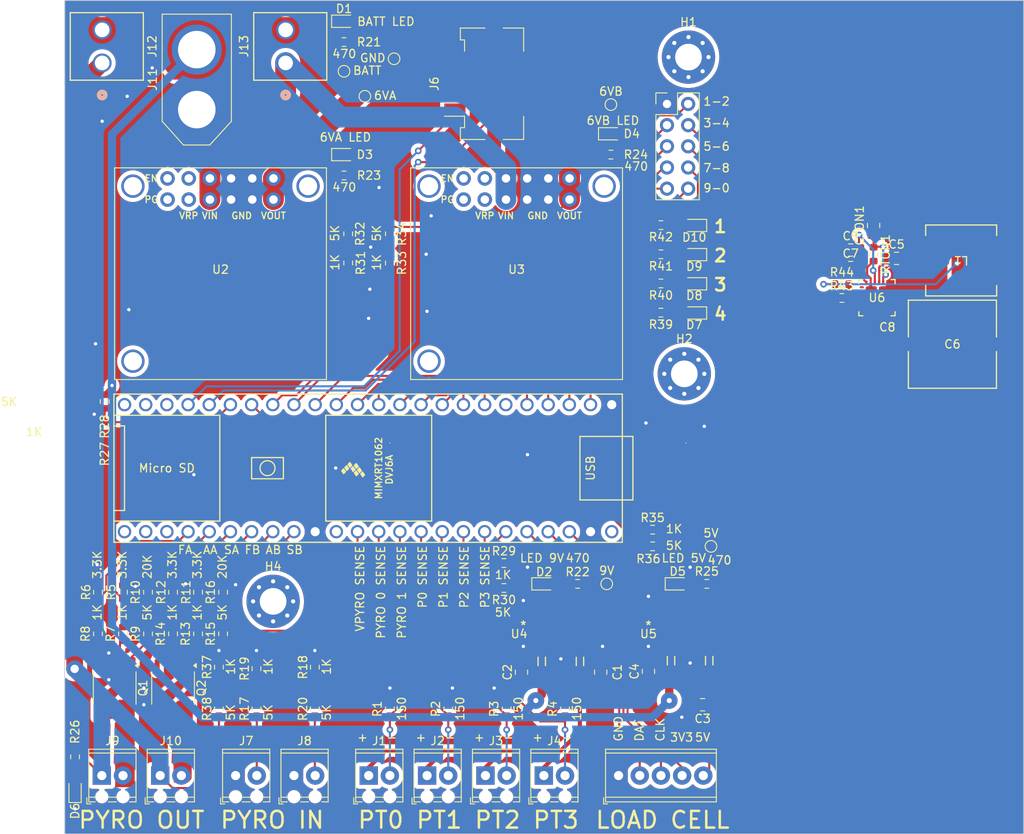
<source format=kicad_pcb>
(kicad_pcb (version 20240108) (generator "pcbnew") (generator_version "8.0")
  (layers (0 "F.Cu" signal) (31 "B.Cu" signal) (34 "B.Paste" user) (35 "F.Paste" user) (36 "B.SilkS" user "B.Silkscreen") (37 "F.SilkS" user "F.Silkscreen") (38 "B.Mask" user) (39 "F.Mask" user) (44 "Edge.Cuts" user))
  (net 0 "")
  (net 1 "9V")
  (net 2 "/P0_SENSE")
  (net 3 "GND")
  (net 4 "/P1_SENSE")
  (net 5 "/P2_SENSE")
  (net 6 "/P3_SENSE")
  (net 7 "Net-(D7-A)")
  (net 8 "Net-(D8-A)")
  (net 9 "Net-(D9-A)")
  (net 10 "Net-(D10-A)")
  (net 16 "5V")
  (net 17 "3V3")
  (net 18 "/LOAD_CELL_CLK")
  (net 19 "/LOAD_CELL_DAT")
  (net 20 "/SERVO_0_PWM")
  (net 21 "/SERVO_1_PWM")
  (net 24 "Net-(Q1A-S1)")
  (net 25 "Net-(Q1A-G1)")
  (net 26 "Net-(Q1B-G2)")
  (net 27 "Net-(Q2A-S1)")
  (net 31 "BATT")
  (net 32 "6VA")
  (net 37 "6VB")
  (net 40 "Net-(Q2A-G1)")
  (net 41 "Net-(Q2B-G2)")
  (net 42 "/ARM_A")
  (net 43 "/FIRE_A")
  (net 44 "/SENSE_A")
  (net 45 "/ARM_B")
  (net 46 "/FIRE_B")
  (net 47 "/SENSE_B")
  (net 48 "/PYRO_SENSE_0")
  (net 49 "/PYRO_SENSE_1")
  (net 50 "/PYRO_A")
  (net 51 "/PYRO_B")
  (net 58 "Net-(D1-A)")
  (net 59 "Net-(D2-A)")
  (net 60 "Net-(D3-A)")
  (net 61 "Net-(D4-A)")
  (net 62 "Net-(D5-A)")
  (net 63 "VPYRO")
  (net 64 "VSERVO")
  (net 65 "Net-(D6-A)")
  (net 89 "/VPYRO_SENSE_0")
  (net 90 "/VPYRO_SENSE_1")
  (net 91 "/BATT_SENSE")
  (net 92 "/9V_SENSE")
  (net 93 "/6VA_SENSE")
  (net 94 "/6VB_SENSE")
  (net 95 "/5V_SENSE")
  (net 96 "/VPYRO_SENSE")
  (net 97 "/LED0")
  (net 98 "/LED1")
  (net 99 "/LED2")
  (net 100 "/LED3")
  (net 101 "/3V3 PINHEADER")
  (net 102 "/9_OUT1C")
  (net 103 "/7_RX2_OUT1A")
  (net 104 "/10_CS_MQSR")
  (net 105 "/6_OUT1D")
  (net 106 "/12_MISO_MQSL")
  (net 107 "/5_IN2")
  (net 108 "/11_MOSI_CTX1")
  (net 109 "/8_TX2_IN1")
  (net 111 "Net-(C5-Pad2)")
  (net 112 "Net-(U6-BST)")
  (net 113 "Net-(U6-SS)")
  (net 114 "/5V3")
  (net 115 "Net-(U6-TON)")
  (net 116 "Net-(U6-FB)")
  (net 117 "/VSERVO_ENABLE")
  (footprint "LED_SMD:LED_0603_1608Metric" (layer "F.Cu") (at 175 117.5)
    (property "Reference" "D5")
    (property "Value" "LED")
  )
  (footprint "Resistor_SMD:R_0603_1608Metric" (layer "F.Cu") (at 124.5 127.675 90)
    (property "Reference" "R19")
    (property "Value" "1k")
  )
  (footprint "Resistor_SMD:R_0603_1608Metric" (layer "F.Cu") (at 114.5 118.5 90)
    (property "Reference" "R12")
    (property "Value" "3.3k")
  )
  (footprint "LED_SMD:LED_0603_1608Metric" (layer "F.Cu") (at 159 117.5)
    (property "Reference" "D2")
    (property "Value" "LED")
  )
  (footprint "Resistor_SMD:R_0603_1608Metric" (layer "F.Cu") (at 135 52.5 180)
    (property "Reference" "R21")
    (property "Value" "470")
  )
  (footprint "Connector_AMASS:AMASS_XT60-M_1x02_P7.20mm_Vertical" (layer "F.Cu") (at 117.344262 60.6 90)
    (property "Reference" "J11")
    (property "Value" "XT60")
  )
  (footprint "Resistor_SMD:R_0603_1608Metric" (layer "F.Cu") (at 114.5 123.5 -90)
    (property "Reference" "R14")
    (property "Value" "1k")
  )
  (footprint "Package_SO:SO-8_3.9x4.9mm_P1.27mm" (layer "F.Cu") (at 107.5 130 -90)
    (property "Reference" "Q1")
    (property "Value" "DMNH6022SSDQ")
  )
  (footprint "Capacitor_SMD:C_0805_2012Metric_Pad1.18x1.45mm_HandSolder" (layer "F.Cu") (at 195.75 77.45)
    (property "Reference" "C9")
    (property "Value" "4.7uF")
  )
  (footprint "Resistor_SMD:R_0603_1608Metric" (layer "F.Cu") (at 120.5 118.5 -90)
    (property "Reference" "R16")
    (property "Value" "20k")
  )
  (footprint "Resistor_SMD:R_0603_1608Metric" (layer "F.Cu") (at 167 66 180)
    (property "Reference" "R24")
    (property "Value" "470")
  )
  (footprint "Resistor_SMD:R_0603_1608Metric" (layer "F.Cu") (at 111.5 118.5 -90)
    (property "Reference" "R10")
    (property "Value" "20k")
  )
  (footprint "Resistor_SMD:R_0603_1608Metric" (layer "F.Cu") (at 173 81.46 180)
    (property "Reference" "R40")
    (property "Value" "470")
  )
  (footprint "Resistor_SMD:R_0603_1608Metric" (layer "F.Cu") (at 161.5 132.5 -90)
    (property "Reference" "R4")
    (property "Value" "150")
  )
  (footprint "Resistor_SMD:R_0603_1608Metric" (layer "F.Cu") (at 106.3 95.625 -90)
    (property "Reference" "R28")
    (property "Value" "5k")
  )
  (footprint "LED_SMD:LED_0603_1608Metric" (layer "F.Cu") (at 135 66)
    (property "Reference" "D3")
    (property "Value" "LED")
  )
  (footprint "MC78M09BDTRKG:DPAK-3_ONS" (layer "F.Cu") (at 161 122.5)
    (property "Reference" "U4")
    (property "Value" "MO9_DPAK")
  )
  (footprint "Resistor_SMD:R_0603_1608Metric" (layer "F.Cu") (at 140.5 132.5 -90)
    (property "Reference" "R1")
    (property "Value" "150")
  )
  (footprint "Resistor_SMD:R_0603_1608Metric" (layer "F.Cu") (at 178.5 117.5)
    (property "Reference" "R25")
    (property "Value" "470")
  )
  (footprint "Package_SO:SO-8_3.9x4.9mm_P1.27mm" (layer "F.Cu") (at 114.5 130 -90)
    (property "Reference" "Q2")
    (property "Value" "DMNH6022SSDQ")
  )
  (footprint "LED_SMD:LED_0603_1608Metric" (layer "F.Cu") (at 177 85 180)
    (property "Reference" "D7")
    (property "Value" "LED")
  )
  (footprint "Resistor_SMD:R_0603_1608Metric" (layer "F.Cu") (at 124.5 132.5 90)
    (property "Reference" "R17")
    (property "Value" "5k")
  )
  (footprint "MC78M05BDTRKG:DPAK-3_ONS" (layer "F.Cu") (at 176.5 122.4045)
    (property "Reference" "U5")
    (property "Value" "MO5_DPAK")
  )
  (footprint "TestPoint:TestPoint_Pad_D1.0mm" (layer "F.Cu") (at 167 60)
    (property "Reference" "TP19" (hide yes))
    (property "Value" "TEST_9V")
  )
  (footprint "Pololu:D36V50F6-TARS" (layer "F.Cu") (at 132.89 67.585 180)
    (property "Reference" "U2")
    (property "Value" "D36V50F6")
  )
  (footprint "Resistor_SMD:R_0603_1608Metric" (layer "F.Cu") (at 140.5 79 -90)
    (property "Reference" "R33")
    (property "Value" "1k")
  )
  (footprint "TestPoint:TestPoint_Pad_D1.0mm" (layer "F.Cu") (at 137.5 59)
    (property "Reference" "TP18" (hide yes))
    (property "Value" "TEST_9V")
  )
  (footprint "Capacitor_SMD:C_0805_2012Metric_Pad1.18x1.45mm_HandSolder" (layer "F.Cu") (at 201.25 78.45)
    (property "Reference" "C5")
    (property "Value" "100nF")
  )
  (footprint "Connector_PinHeader_2.54mm:PinHeader_2x05_P2.54mm_Vertical" (layer "F.Cu") (at 173.725 59.925)
    (property "Reference" "J14" (hide yes))
    (property "Value" "Conn_15X4")
  )
  (footprint "Resistor_SMD:R_0603_1608Metric" (layer "F.Cu") (at 102.75 138.25 90)
    (property "Reference" "R26")
    (property "Value" "470")
  )
  (footprint "TestPoint:TestPoint_Pad_D1.0mm" (layer "F.Cu") (at 166.5 117.5)
    (property "Reference" "TP17" (hide yes))
    (property "Value" "TEST_9V")
  )
  (footprint "Resistor_SMD:R_0603_1608Metric" (layer "F.Cu") (at 131.5 127.5 90)
    (property "Reference" "R18")
    (property "Value" "1k")
  )
  (footprint "IHLP3232DZERR68M01:IND_IHLP-3232DZ_VIS" (layer "F.Cu") (at 209 78.7 180)
    (property "Reference" "L1")
    (property "Value" "0.68uH")
  )
  (footprint "LED_SMD:LED_0603_1608Metric" (layer "F.Cu") (at 135 50)
    (property "Reference" "D1")
    (property "Value" "LED")
  )
  (footprint "MountingHole:MountingHole_3.2mm_M3_Pad_Via" (layer "F.Cu") (at 176.302944 54.302944)
    (property "Reference" "H1")
    (property "Value" "M3")
  )
  (footprint "MountingHole:MountingHole_3.2mm_M3_Pad_Via" (layer "F.Cu") (at 175.802944 92.302944)
    (property "Reference" "H2")
    (property "Value" "M3")
  )
  (footprint "Resistor_SMD:R_0603_1608Metric" (layer "F.Cu") (at 108.5 123.5 -90)
    (property "Reference" "R7")
    (property "Value" "1k")
  )
  (footprint "TerminalBlock_Phoenix:TerminalBlock_Phoenix_MPT-0,5-2-2.54_1x02_P2.54mm_Horizontal" (layer "F.Cu") (at 158.96 140.5)
    (property "Reference" "J4")
    (property "Value" "PT_BLOCK_3")
  )
  (footprint "Resistor_SMD:R_0603_1608Metric" (layer "F.Cu") (at 173 77.96 180)
    (property "Reference" "R41")
    (property "Value" "470")
  )
  (footprint "TestPoint:TestPoint_Pad_D1.0mm" (layer "F.Cu") (at 141 54.5)
    (property "Reference" "TP15" (hide yes))
    (property "Value" "TEST_9V")
  )
  (footprint "LED_SMD:LED_0603_1608Metric" (layer "F.Cu") (at 102.75 142.25 90)
    (property "Reference" "D6")
    (property "Value" "LED")
  )
  (footprint "Resistor_SMD:R_0603_1608Metric" (layer "F.Cu") (at 117.5 118.5 90)
    (property "Reference" "R11")
    (property "Value" "3.3k")
  )
  (footprint "Resistor_SMD:R_0603_1608Metric" (layer "F.Cu") (at 147.5 132.5 -90)
    (property "Reference" "R2")
    (property "Value" "150")
  )
  (footprint "Resistor_SMD:R_0603_1608Metric" (layer "F.Cu") (at 135.5 79 -90)
    (property "Reference" "R31")
    (property "Value" "1k")
  )
  (footprint "TerminalBlock_Phoenix:TerminalBlock_Phoenix_MPT-0,5-2-2.54_1x02_P2.54mm_Horizontal" (layer "F.Cu") (at 129 140.5)
    (property "Reference" "J8")
    (property "Value" "PYRO_SENSE_1")
  )
  (footprint "TestPoint:TestPoint_Pad_D1.0mm" (layer "F.Cu") (at 179 113)
    (property "Reference" "TP20" (hide yes))
    (property "Value" "TEST_9V")
  )
  (footprint "Resistor_SMD:R_0603_1608Metric" (layer "F.Cu") (at 154.175 118 180)
    (property "Reference" "R30")
    (property "Value" "5k")
  )
  (footprint "TerminalBlock_Phoenix:TerminalBlock_Phoenix_MPT-0,5-2-2.54_1x02_P2.54mm_Horizontal" (layer "F.Cu") (at 122 140.5)
    (property "Reference" "J7")
    (property "Value" "PYRO_SENSE_0")
  )
  (footprint "TerminalBlock_Phoenix:TerminalBlock_Phoenix_MPT-0,5-2-2.54_1x02_P2.54mm_Horizontal" (layer "F.Cu") (at 105.96 140.5)
    (property "Reference" "J9")
    (property "Value" "PYRO_FIRE_0")
  )
  (footprint "LED_SMD:LED_0603_1608Metric" (layer "F.Cu") (at 177 74.5 180)
    (property "Reference" "D10")
    (property "Value" "LED")
  )
  (footprint "Resistor_SMD:R_0603_1608Metric" (layer "F.Cu") (at 163.01 117.5)
    (property "Reference" "R22")
    (property "Value" "470")
  )
  (footprint "Capacitor_SMD:C_0805_2012Metric_Pad1.18x1.45mm_HandSolder" (layer "F.Cu") (at 178 132 180)
    (property "Reference" "C3")
    (property "Value" "100nF")
  )
  (footprint "Resistor_SMD:R_0603_1608Metric" (layer "F.Cu") (at 108.5 118.5 90)
    (property "Reference" "R5")
    (property "Value" "3.3k")
  )
  (footprint "A0Z2255LQI:QFN_4X4_22L-EP2_S_AOS" (layer "F.Cu") (at 198.9 83.166001)
    (property "Reference" "U6")
    (property "Value" "AOZ2255LQI-31")
  )
  (footprint "Resistor_SMD:R_0603_1608Metric" (layer "F.Cu") (at 140.5 75.5 -90)
    (property "Reference" "R34")
    (property "Value" "5k")
  )
  (footprint "Resistor_SMD:R_0603_1608Metric" (layer "F.Cu") (at 120 132.5 90)
    (property "Reference" "R38")
    (property "Value" "5k")
  )
  (footprint "Capacitor_SMD:C_0805_2012Metric_Pad1.18x1.45mm_HandSolder" (layer "F.Cu") (at 165.78 128.1 90)
    (property "Reference" "C1")
    (property "Value" "100nF")
  )
  (footprint "Resistor_SMD:R_0603_1608Metric" (layer "F.Cu") (at 105.5 118.5 90)
    (property "Reference" "R6")
    (property "Value" "3.3k")
  )
  (footprint "Resistor_SMD:R_0603_1608Metric" (layer "F.Cu") (at 173 84.96 180)
    (property "Reference" "R39")
    (property "Value" "470")
  )
  (footprint "Resistor_SMD:R_0603_1608Metric" (layer "F.Cu") (at 106.3 98.925 -90)
    (property "Reference" "R27")
    (property "Value" "1k")
  )
  (footprint "TestPoint:TestPoint_Pad_D1.0mm" (layer "F.Cu") (at 135 56)
    (property "Reference" "TP16" (hide yes))
    (property "Value" "TEST_9V")
  )
  (footprint "Resistor_SMD:R_0603_1608Metric" (layer "F.Cu") (at 198.5 77.95 -90)
    (property "Reference" "RTON1")
    (property "Value" "880K")
  )
  (footprint "Resistor_SMD:R_0603_1608Metric" (layer "F.Cu") (at 194.7 83.2)
    (property "Reference" "R43")
    (property "Value" "1K")
  )
  (footprint "TerminalBlock_Phoenix:TerminalBlock_Phoenix_MPT-0,5-5-2.54_1x05_P2.54mm_Horizontal" (layer "F.Cu") (at 167.92 140.5)
    (property "Reference" "J5" (hide yes))
    (property "Value" "Screw_Terminal_01x05")
  )
  (footprint "B2P-VH:CONN_B2P-VH_JST" (layer "F.Cu") (at 128 55 90)
    (property "Reference" "J13")
    (property "Value" "B2P-VHLFSN")
  )
  (footprint "Capacitor_SMD:C_0805_2012Metric_Pad1.18x1.45mm_HandSolder" (layer "F.Cu") (at 195.75 79.55)
    (property "Reference" "C7")
    (property "Value" "10nF")
  )
  (footprint "Resistor_SMD:R_0603_1608Metric" (layer "F.Cu") (at 135 68.5 180)
    (property "Reference" "R23")
    (property "Value" "470")
  )
  (footprint "LED_SMD:LED_0603_1608Metric" (layer "F.Cu") (at 177 81.5 180)
    (property "Reference" "D8")
    (property "Value" "LED")
  )
  (footprint "MountingHole:MountingHole_3.2mm_M3_Pad_Via" (layer "F.Cu") (at 126.5 119.6)
    (property "Reference" "H4")
    (property "Value" "M3")
  )
  (footprint "Resistor_SMD:R_0603_1608Metric" (layer "F.Cu") (at 105.5 123.5 -90)
    (property "Reference" "R8")
    (property "Value" "1k")
  )
  (footprint "Resistor_SMD:R_0603_1608Metric" (layer "F.Cu") (at 111.5 123.5 -90)
    (property "Reference" "R9")
    (property "Value" "5k")
  )
  (footprint "B2P-VH:CONN_B2P-VH_JST" (layer "F.Cu") (at 106 55 90)
    (property "Reference" "J12")
    (property "Value" "B2P-VHLFSN")
  )
  (footprint "TerminalBlock_Phoenix:TerminalBlock_Phoenix_MPT-0,5-2-2.54_1x02_P2.54mm_Horizontal" (layer "F.Cu") (at 137.96 140.5)
    (property "Reference" "J1")
    (property "Value" "PT_BLOCK_0")
  )
  (footprint "LED_SMD:LED_0603_1608Metric" (layer "F.Cu") (at 167 63.5)
    (property "Reference" "D4")
    (property "Value" "LED")
  )
  (footprint "CL21A226MAYNNNE:CAP_CL_21_SAM" (layer "F.Cu") (at 200.15 86.7)
    (property "Reference" "C8")
    (property "Value" "22uF")
  )
  (footprint "Resistor_SMD:R_0603_1608Metric" (layer "F.Cu") (at 135.5 75.5 -90)
    (property "Reference" "R32")
    (property "Value" "5k")
  )
  (footprint "Capacitor_SMD:C_0805_2012Metric_Pad1.18x1.45mm_HandSolder" (layer "F.Cu") (at 198.5 74.5 90)
    (property "Reference" "CTON1")
    (property "Value" "100pF")
  )
  (footprint "TerminalBlock_Phoenix:TerminalBlock_Phoenix_MPT-0,5-2-2.54_1x02_P2.54mm_Horizontal" (layer "F.Cu") (at 151.96 140.5)
    (property "Reference" "J3")
    (property "Value" "PT_BLOCK_2")
  )
  (footprint "Capacitor_SMD:C_0805_2012Metric_Pad1.18x1.45mm_HandSolder" (layer "F.Cu") (at 156.28 128.1 90)
    (property "Reference" "C2")
    (property "Value" "100nF")
  )
  (footprint "Teensy:Teensy41_bare_pins" (layer "F.Cu") (at 137.89 103.62 180)
    (property "Reference" "U1" (hide yes))
    (property "Value" "Teensy")
  )
  (footprint "TerminalBlock_Phoenix:TerminalBlock_Phoenix_MPT-0,5-2-2.54_1x02_P2.54mm_Horizontal" (layer "F.Cu") (at 144.96 140.5)
    (property "Reference" "J2")
    (property "Value" "PT_BLOCK_1")
  )
  (footprint "Resistor_SMD:R_0603_1608Metric" (layer "F.Cu") (at 173 74.46 180)
    (property "Reference" "R42")
    (property "Value" "470")
  )
  (footprint "EEKFK1H151P:CAP_EEE-FK1H151P_PAN" (layer "F.Cu") (at 207.95 88.75)
    (property "Reference" "C6")
    (property "Value" "150uF")
  )
  (footprint "Resistor_SMD:R_0603_1608Metric" (layer "F.Cu") (at 154.175 115)
    (property "Reference" "R29")
    (property "Value" "1k")
  )
  (footprint "Resistor_SMD:R_0603_1608Metric" (layer "F.Cu") (at 172 113 180)
    (property "Reference" "R36")
    (property "Value" "5k")
  )
  (footprint "Resistor_SMD:R_0603_1608Metric" (layer "F.Cu") (at 172 111)
    (property "Reference" "R35")
    (property "Value" "1k")
  )
  (footprint "Resistor_SMD:R_0603_1608Metric" (layer "F.Cu") (at 131.5 132.5 90)
    (property "Reference" "R20")
    (property "Value" "5k")
  )
  (footprint "LED_SMD:LED_0603_1608Metric" (layer "F.Cu") (at 177 78 180)
    (property "Reference" "D9")
    (property "Value" "LED")
  )
  (footprint "Resistor_SMD:R_0603_1608Metric" (layer "F.Cu") (at 194.7 81.55)
    (property "Reference" "R44")
    (property "Value" "11.3K")
  )
  (footprint "TerminalBlock_Phoenix:TerminalBlock_Phoenix_MPT-0,5-2-2.54_1x02_P2.54mm_Horizontal" (layer "F.Cu") (at 112.96 140.5)
    (property "Reference" "J10")
    (property "Value" "PYRO_FIRE_1")
  )
  (footprint "Resistor_SMD:R_0603_1608Metric" (layer "F.Cu") (at 120.5 123.5 -90)
    (property "Reference" "R15")
    (property "Value" "5k")
  )
  (footprint "Capacitor_SMD:C_0805_2012Metric_Pad1.18x1.45mm_HandSolder" (layer "F.Cu") (at 171.5 128 90)
    (property "Reference" "C4")
    (property "Value" "100nF")
  )
  (footprint "Pololu:D36V50F6-TARS" (layer "F.Cu") (at 168.39 67.585 180)
    (property "Reference" "U3")
    (property "Value" "D36V50F6")
  )
  (footprint "Resistor_SMD:R_0603_1608Metric" (layer "F.Cu") (at 117.5 123.5 -90)
    (property "Reference" "R13")
    (property "Value" "1k")
  )
  (footprint "Connector_Molex:Molex_Micro-Fit_3.0_43045-0618_2x03-1MP_P3.00mm_Vertical" (layer "F.Cu") (at 153 57.5 90)
    (property "Reference" "J6")
    (property "Value" "SEREVO_MOUNT")
  )
  (footprint "Resistor_SMD:R_0603_1608Metric" (layer "F.Cu") (at 120 127.5 90)
    (property "Reference" "R37")
    (property "Value" "1k")
  )
  (footprint "Resistor_SMD:R_0603_1608Metric" (layer "F.Cu") (at 154.5 132.5 -90)
    (property "Reference" "R3")
    (property "Value" "150")
  )
  (gr_rect (start 101.5 47.5) (end 216.5 147.5) (stroke (width 0.1)) (fill none) (layer "Edge.Cuts"))
  (gr_text "BATT LED" (at 136.5 50.62 0) (layer "F.SilkS") (effects (font (size 1 1)) (justify left bottom)))
  (gr_text "+" (at 136.5 136.5 0) (layer "F.SilkS") (effects (font (size 1 1)) (justify left bottom)))
  (gr_text "150" (at 163.5 134 90) (layer "F.SilkS") (effects (font (size 1 1)) (justify left bottom)))
  (gr_text "5K" (at 122 134 90) (layer "F.SilkS") (effects (font (size 1 1)) (justify left bottom)))
  (gr_text "150" (at 149.5 134 90) (layer "F.SilkS") (effects (font (size 1 1)) (justify left bottom)))
  (gr_text "470" (at 133.5 70.5 0) (layer "F.SilkS") (effects (font (size 1 1)) (justify left bottom)))
  (gr_text "470" (at 161.5 115 0) (layer "F.SilkS") (effects (font (size 1 1)) (justify left bottom)))
  (gr_text "20K" (at 112 117 90) (layer "F.SilkS") (effects (font (size 1 1)) (justify left bottom)))
  (gr_text "5K" (at 121 122 90) (layer "F.SilkS") (effects (font (size 1 1)) (justify left bottom)))
  (gr_text "PT2" (at 150.5 147 0) (layer "F.SilkS") (effects (font (size 2 2) (thickness 0.3)) (justify left bottom)))
  (gr_text "470" (at 133.5 54.5 0) (layer "F.SilkS") (effects (font (size 1 1)) (justify left bottom)))
  (gr_text "6VA" (at 138.5 59.5 0) (layer "F.SilkS") (effects (font (size 1 1)) (justify left bottom)))
  (gr_text "BATT" (at 136 56.5 0) (layer "F.SilkS") (effects (font (size 1 1)) (justify left bottom)))
  (gr_text "3" (at 179.2125 82.5 0) (layer "F.SilkS") (effects (font (size 1.5 1.5) (thickness 0.3) (bold yes)) (justify left bottom)))
  (gr_text "1K" (at 133.5 128.5 90) (layer "F.SilkS") (effects (font (size 1 1)) (justify left bottom)))
  (gr_text "9-0" (at 178 70.6 0) (layer "F.SilkS") (effects (font (size 1 1)) (justify left bottom)))
  (gr_text "150" (at 156.5 134 90) (layer "F.SilkS") (effects (font (size 1 1)) (justify left bottom)))
  (gr_text "3.3K" (at 109 117 90) (layer "F.SilkS") (effects (font (size 1 1)) (justify left bottom)))
  (gr_text "1K" (at 139.5 80 90) (layer "F.SilkS") (effects (font (size 1 1)) (justify left bottom)))
  (gr_text "LED 5V" (at 173 115 0) (layer "F.SilkS") (effects (font (size 1 1)) (justify left bottom)))
  (gr_text "-" (at 154 136.5 0) (layer "F.SilkS") (effects (font (size 1 1)) (justify left bottom)))
  (gr_text "PT0" (at 136.5 147 0) (layer "F.SilkS") (effects (font (size 2 2) (thickness 0.3)) (justify left bottom)))
  (gr_text "1-2" (at 178 60.2 0) (layer "F.SilkS") (effects (font (size 1 1)) (justify left bottom)))
  (gr_text "1K" (at 122 128.5 90) (layer "F.SilkS") (effects (font (size 1 1)) (justify left bottom)))
  (gr_text "1K" (at 153 117 0) (layer "F.SilkS") (effects (font (size 1 1)) (justify left bottom)))
  (gr_text "3.3K" (at 115 117 90) (layer "F.SilkS") (effects (font (size 1 1)) (justify left bottom)))
  (gr_text "5K" (at 112 122 90) (layer "F.SilkS") (effects (font (size 1 1)) (justify left bottom)))
  (gr_text "DAT" (at 171 136.5 90) (layer "F.SilkS") (effects (font (size 1 1)) (justify left bottom)))
  (gr_text "P2 SENSE" (at 150 120.5 90) (layer "F.SilkS") (effects (font (size 1 1)) (justify left bottom)))
  (gr_text "470" (at 168.5 68 0) (layer "F.SilkS") (effects (font (size 1 1)) (justify left bottom)))
  (gr_text "LOAD CELL" (at 165 147 0) (layer "F.SilkS") (effects (font (size 2 2) (thickness 0.3)) (justify left bottom)))
  (gr_text "5K" (at 134.5 76.5 90) (layer "F.SilkS") (effects (font (size 1 1)) (justify left bottom)))
  (gr_text "5K" (at 173.5 113.5 0) (layer "F.SilkS") (effects (font (size 1 1)) (justify left bottom)))
  (gr_text "-" (at 147 136.5 0) (layer "F.SilkS") (effects (font (size 1 1)) (justify left bottom)))
  (gr_text "3.3K" (at 118 117 90) (layer "F.SilkS") (effects (font (size 1 1)) (justify left bottom)))
  (gr_text "GND" (at 136.825 55 0) (layer "F.SilkS") (effects (font (size 1 1)) (justify left bottom)))
  (gr_text "5K" (at 126.5 134 90) (layer "F.SilkS") (effects (font (size 1 1)) (justify left bottom)))
  (gr_text "1K" (at 96.75 99.85 0) (layer "F.SilkS") (effects (font (size 1 1)) (justify left bottom)))
  (gr_text "AA" (at 118 114 0) (layer "F.SilkS") (effects (font (size 1 1)) (justify left bottom)))
  (gr_text "+" (at 157.5 136.5 0) (layer "F.SilkS") (effects (font (size 1 1)) (justify left bottom)))
  (gr_text "1K" (at 109 122 90) (layer "F.SilkS") (effects (font (size 1 1)) (justify left bottom)))
  (gr_text "GND" (at 168.5 136.5 90) (layer "F.SilkS") (effects (font (size 1 1)) (justify left bottom)))
  (gr_text "AB" (at 125.5 114 0) (layer "F.SilkS") (effects (font (size 1 1)) (justify left bottom)))
  (gr_text "1K" (at 118 122 90) (layer "F.SilkS") (effects (font (size 1 1)) (justify left bottom)))
  (gr_text "VPYRO SENSE" (at 137.5 123.309524 90) (layer "F.SilkS") (effects (font (size 1 1)) (justify left bottom)))
  (gr_text "4" (at 179.2125 86 0) (layer "F.SilkS") (effects (font (size 1.5 1.5) (thickness 0.3) (bold yes)) (justify left bottom)))
  (gr_text "+" (at 150.5 136.5 0) (layer "F.SilkS") (effects (font (size 1 1)) (justify left bottom)))
  (gr_text "6VB LED" (at 164 62.5 0) (layer "F.SilkS") (effects (font (size 1 1)) (justify left bottom)))
  (gr_text "1K" (at 173.5 111.5 0) (layer "F.SilkS") (effects (font (size 1 1)) (justify left bottom)))
  (gr_text "2" (at 179.2125 79 0) (layer "F.SilkS") (effects (font (size 1.5 1.5) (thickness 0.3) (bold yes)) (justify left bottom)))
  (gr_text "5V" (at 178 112 0) (layer "F.SilkS") (effects (font (size 1 1)) (justify left bottom)))
  (gr_text "SA" (at 120.5 114 0) (layer "F.SilkS") (effects (font (size 1 1)) (justify left bottom)))
  (gr_text "1K" (at 134.5 80 90) (layer "F.SilkS") (effects (font (size 1 1)) (justify left bottom)))
  (gr_text "1K" (at 115 122 90) (layer "F.SilkS") (effects (font (size 1 1)) (justify left bottom)))
  (gr_text "470" (at 178.5 115.25 0) (layer "F.SilkS") (effects (font (size 1 1)) (justify left bottom)))
  (gr_text "7-8" (at 178 68.2 0) (layer "F.SilkS") (effects (font (size 1 1)) (justify left bottom)))
  (gr_text "1K" (at 106 122 90) (layer "F.SilkS") (effects (font (size 1 1)) (justify left bottom)))
  (gr_text "5K" (at 153 121.5 0) (layer "F.SilkS") (effects (font (size 1 1)) (justify left bottom)))
  (gr_text "FB" (at 123 114 0) (layer "F.SilkS") (effects (font (size 1 1)) (justify left bottom)))
  (gr_text "P3 SENSE" (at 152.5 120.5 90) (layer "F.SilkS") (effects (font (size 1 1)) (justify left bottom)))
  (gr_text "CLK" (at 173.5 136.5 90) (layer "F.SilkS") (effects (font (size 1 1)) (justify left bottom)))
  (gr_text "PYRO OUT" (at 103 147 0) (layer "F.SilkS") (effects (font (size 2 2) (thickness 0.3)) (justify left bottom)))
  (gr_text "PYRO 1 SENSE" (at 142.5 124.166667 90) (layer "F.SilkS") (effects (font (size 1 1)) (justify left bottom)))
  (gr_text "PYRO IN" (at 120 147 0) (layer "F.SilkS") (effects (font (size 2 2) (thickness 0.3)) (justify left bottom)))
  (gr_text "5K\n" (at 139.5 76.5 90) (layer "F.SilkS") (effects (font (size 1 1)) (justify left bottom)))
  (gr_text "20K" (at 121 117 90) (layer "F.SilkS") (effects (font (size 1 1)) (justify left bottom)))
  (gr_text "PT3" (at 157.5 147 0) (layer "F.SilkS") (effects (font (size 2 2) (thickness 0.3)) (justify left bottom)))
  (gr_text "PT1" (at 143.5 147 0) (layer "F.SilkS") (effects (font (size 2 2) (thickness 0.3)) (justify left bottom)))
  (gr_text "-" (at 140 136.5 0) (layer "F.SilkS") (effects (font (size 1 1)) (justify left bottom)))
  (gr_text "6VA LED" (at 132 64.5 0) (layer "F.SilkS") (effects (font (size 1 1)) (justify left bottom)))
  (gr_text "PYRO 0 SENSE" (at 140 124.166667 90) (layer "F.SilkS") (effects (font (size 1 1)) (justify left bottom)))
  (gr_text "150" (at 142.5 134 90) (layer "F.SilkS") (effects (font (size 1 1)) (justify left bottom)))
  (gr_text "P1 SENSE" (at 147.5 120.5 90) (layer "F.SilkS") (effects (font (size 1 1)) (justify left bottom)))
  (gr_text "9V" (at 165.5 116.5 0) (layer "F.SilkS") (effects (font (size 1 1)) (justify left bottom)))
  (gr_text "FA" (at 115 114 0) (layer "F.SilkS") (effects (font (size 1 1)) (justify left bottom)))
  (gr_text "5-6" (at 178 65.6 0) (layer "F.SilkS") (effects (font (size 1 1)) (justify left bottom)))
  (gr_text "3.3K" (at 106 117 90) (layer "F.SilkS") (effects (font (size 1 1)) (justify left bottom)))
  (gr_text "+" (at 143.5 136.5 0) (layer "F.SilkS") (effects (font (size 1 1)) (justify left bottom)))
  (gr_text "SB" (at 128 114 0) (layer "F.SilkS") (effects (font (size 1 1)) (justify left bottom)))
  (gr_text "5K" (at 93.75 96.25 0) (layer "F.SilkS") (effects (font (size 1 1)) (justify left bottom)))
  (gr_text "1" (at 179.2125 75.5 0) (layer "F.SilkS") (effects (font (size 1.5 1.5) (thickness 0.3) (bold yes)) (justify left bottom)))
  (gr_text "3V3" (at 174 136.5 0) (layer "F.SilkS") (effects (font (size 1 1)) (justify left bottom)))
  (gr_text "6VB" (at 165.5 59 0) (layer "F.SilkS") (effects (font (size 1 1)) (justify left bottom)))
  (gr_text "5V" (at 177 136.5 0) (layer "F.SilkS") (effects (font (size 1 1)) (justify left bottom)))
  (gr_text "3-4" (at 178 62.8 0) (layer "F.SilkS") (effects (font (size 1 1)) (justify left bottom)))
  (gr_text "1K" (at 126.5 128.5 90) (layer "F.SilkS") (effects (font (size 1 1)) (justify left bottom)))
  (gr_text "LED 9V" (at 156 115 0) (layer "F.SilkS") (effects (font (size 1 1)) (justify left bottom)))
  (gr_text "-" (at 161 136.5 0) (layer "F.SilkS") (effects (font (size 1 1)) (justify left bottom)))
  (gr_text "5K" (at 133.5 134 90) (layer "F.SilkS") (effects (font (size 1 1)) (justify left bottom)))
  (gr_text "P0 SENSE" (at 145 120.5 90) (layer "F.SilkS") (effects (font (size 1 1)) (justify left bottom)))
  (segment (start 164.7159 127.487601) (end 164.7159 121.0091) (width 0.25) (layer "F.Cu") (net 1))
  (segment (start 144.96 140.5) (end 145 140.5) (width 0.25) (layer "F.Cu") (net 1))
  (segment (start 140 137.5) (end 146.5 137.5) (width 0.5) (layer "F.Cu") (net 1))
  (segment (start 137.96 140.5) (end 138 140.5) (width 0.25) (layer "F.Cu") (net 1))
  (segment (start 147 137.5) (end 148 137.5) (width 0.5) (layer "F.Cu") (net 1))
  (segment (start 163.28 128.923501) (end 163.290001 128.9135) (width 0.5) (layer "F.Cu") (net 1))
  (segment (start 163.290001 128.9135) (end 164.7159 127.487601) (width 0.25) (layer "F.Cu") (net 1))
  (segment (start 166.5 119.225) (end 166.5 117.5) (width 0.25) (layer "F.Cu") (net 1))
  (segment (start 151.96 139.54) (end 154 137.5) (width 0.5) (layer "F.Cu") (net 1))
  (segment (start 158.96 140.5) (end 158.96 139.54) (width 0.5) (layer "F.Cu") (net 1))
  (segment (start 148 137.5) (end 153.5 137.5) (width 0.5) (layer "F.Cu") (net 1))
  (segment (start 163.514001 129.1375) (end 163.290001 128.9135) (width 0.25) (layer "F.Cu") (net 1))
  (segment (start 156.3 116.7) (end 155 118) (width 0.25) (layer "F.Cu") (net 1))
  (segment (start 153.5 137.5) (end 154 137.5) (width 0.5) (layer "F.Cu") (net 1))
  (segment (start 164.7159 121.0091) (end 166.5 119.225) (width 0.25) (layer "F.Cu") (net 1))
  (segment (start 151.96 140.5) (end 151.96 139.54) (width 0.5) (layer "F.Cu") (net 1))
  (segment (start 163.835 117.5) (end 163.035 116.7) (width 0.25) (layer "F.Cu") (net 1))
  (segment (start 164.7159 121.0091) (end 164.7159 118.3809) (width 0.25) (layer "F.Cu") (net 1))
  (segment (start 165.4425 128.8) (end 165.78 129.1375) (width 0.25) (layer "F.Cu") (net 1))
  (segment (start 144.96 139.54) (end 147 137.5) (width 0.5) (layer "F.Cu") (net 1))
  (segment (start 164.7159 118.3809) (end 163.835 117.5) (width 0.25) (layer "F.Cu") (net 1))
  (segment (start 144.96 140.5) (end 144.96 139.54) (width 0.5) (layer "F.Cu") (net 1))
  (segment (start 146.5 137.5) (end 147 137.5) (width 0.5) (layer "F.Cu") (net 1))
  (segment (start 137.96 139.54) (end 140 137.5) (width 0.5) (layer "F.Cu") (net 1))
  (segment (start 163.035 116.7) (end 156.3 116.7) (width 0.25) (layer "F.Cu") (net 1))
  (segment (start 165.78 129.1375) (end 163.514001 129.1375) (width 0.25) (layer "F.Cu") (net 1))
  (segment (start 158.96 139.54) (end 161 137.5) (width 0.5) (layer "F.Cu") (net 1))
  (segment (start 154 137.5) (end 161 137.5) (width 0.5) (layer "F.Cu") (net 1))
  (segment (start 137.96 140.5) (end 137.96 139.54) (width 0.5) (layer "F.Cu") (net 1))
  (segment (start 161 137.5) (end 163.28 135.22) (width 0.5) (layer "F.Cu") (net 1))
  (segment (start 163.28 135.22) (end 163.28 128.923501) (width 0.5) (layer "F.Cu") (net 1))
  (segment (start 144.24 129.585) (end 144.24 111.24) (width 0.25) (layer "F.Cu") (net 2))
  (segment (start 140.5 133.325) (end 140.5 135) (width 0.25) (layer "F.Cu") (net 2))
  (segment (start 140.5 133.325) (end 144.24 129.585) (width 0.25) (layer "F.Cu") (net 2))
  (via (at 140.5 135) (size 0.8) (drill 0.4) (layers "F.Cu" "B.Cu") (net 2))
  (segment (start 140.5 140.5) (end 140.5 135) (width 0.25) (layer "B.Cu") (net 2))
  (segment (start 194.675 84) (end 193.875 83.2) (width 0.25) (layer "F.Cu") (net 3))
  (segment (start 197.080001 82.916001) (end 196.574401 82.916001) (width 0.25) (layer "F.Cu") (net 3))
  (segment (start 196.25 83.698004) (end 195.948004 84) (width 0.25) (layer "F.Cu") (net 3))
  (segment (start 196.574401 82.916001) (end 196.25 83.240402) (width 0.25) (layer "F.Cu") (net 3))
  (segment (start 196.25 83.240402) (end 196.25 83.698004) (width 0.25) (layer "F.Cu") (net 3))
  (segment (start 195.948004 84) (end 194.675 84) (width 0.25) (layer "F.Cu") (net 3))
  (via (at 156.5 125) (size 0.8) (drill 0.4) (layers "F.Cu" "B.Cu") (net 3))
  (via (at 176.5 115.5) (size 0.8) (drill 0.4) (layers "F.Cu" "B.Cu") (net 3))
  (via (at 124.5 125.5) (size 0.8) (drill 0.4) (layers "F.Cu" "B.Cu") (net 3))
  (via (at 161 126.5) (size 0.8) (drill 0.4) (layers "F.Cu" "B.Cu") (net 3))
  (via (at 176.5 127) (size 0.8) (drill 0.4) (layers "F.Cu" "B.Cu") (net 3))
  (via (at 139.2 69.95) (size 0.8) (drill 0.4) (layers "F.Cu" "B.Cu") (net 3))
  (via (at 110 117.8) (size 0.8) (drill 0.4) (layers "F.Cu" "B.Cu") (net 3))
  (via (at 109 59) (size 0.8) (drill 0.4) (layers "F.Cu" "B.Cu") (net 3))
  (via (at 131.5 125.5) (size 0.8) (drill 0.4) (layers "F.Cu" "B.Cu") (net 3))
  (via (at 156.5 119.5) (size 0.8) (drill 0.4) (layers "F.Cu" "B.Cu") (net 3))
  (via (at 157 115.5) (size 0.8) (drill 0.4) (layers "F.Cu" "B.Cu") (net 3))
  (via (at 105.4 115.2) (size 0.8) (drill 0.4) (layers "F.Cu" "B.Cu") (net 3))
  (via (at 171.2 98.2) (size 0.8) (drill 0.4) (layers "F.Cu" "B.Cu") (net 3))
  (via (at 138.2 77.1) (size 0.8) (drill 0.4) (layers "F.Cu" "B.Cu") (net 3))
  (via (at 112 55.6) (size 0.8) (drill 0.4) (layers "F.Cu" "B.Cu") (net 3))
  (via (at 148 130) (size 0.8) (drill 0.4) (layers "F.Cu" "B.Cu") (net 3))
  (via (at 117 104.4) (size 0.8) (drill 0.4) (layers "F.Cu" "B.Cu") (net 3))
  (via (at 105.2 88.7) (size 0.8) (drill 0.4) (layers "F.Cu" "B.Cu") (net 3))
  (via (at 144.95 84.8) (size 0.8) (drill 0.4) (layers "F.Cu" "B.Cu") (net 3))
  (via (at 109.2 84.6) (size 0.8) (drill 0.4) (layers "F.Cu" "B.Cu") (net 3))
  (via (at 175.5 133.5) (size 0.8) (drill 0.4) (layers "F.Cu" "B.Cu") (net 3))
  (via (at 120 125.5) (size 0.8) (drill 0.4) (layers "F.Cu" "B.Cu") (net 3))
  (via (at 122 117.6) (size 0.8) (drill 0.4) (layers "F.Cu" "B.Cu") (net 3))
  (via (at 140.5 130) (size 0.8) (drill 0.4) (layers "F.Cu" "B.Cu") (net 3))
  (via (at 137.95 85.65) (size 0.8) (drill 0.4) (layers "F.Cu" "B.Cu") (net 3))
  (via (at 102.75 144.5) (size 0.8) (drill 0.4) (layers "F.Cu" "B.Cu") (net 3))
  (via (at 166 125) (size 0.8) (drill 0.4) (layers "F.Cu" "B.Cu") (net 3))
  (via (at 178.2 98.6) (size 0.8) (drill 0.4) (layers "F.Cu" "B.Cu") (net 3))
  (via (at 106 62) (size 0.8) (drill 0.4) (layers "F.Cu" "B.Cu") (net 3))
  (via (at 138.1 82.15) (size 0.8) (drill 0.4) (layers "F.Cu" "B.Cu") (net 3))
  (via (at 153 130) (size 0.8) (drill 0.4) (layers "F.Cu" "B.Cu") (net 3))
  (via (at 171.5 125) (size 0.8) (drill 0.4) (layers "F.Cu" "B.Cu") (net 3))
  (via (at 106.8 125.8) (size 0.8) (drill 0.4) (layers "F.Cu" "B.Cu") (net 3))
  (via (at 106.8 129) (size 0.8) (drill 0.4) (layers "F.Cu" "B.Cu") (net 3))
  (via (at 157 102) (size 0.8) (drill 0.4) (layers "F.Cu" "B.Cu") (net 3))
  (via (at 111 132) (size 0.8) (drill 0.4) (layers "F.Cu" "B.Cu") (net 3))
  (via (at 144.85 77.95) (size 0.8) (drill 0.4) (layers "F.Cu" "B.Cu") (net 3))
  (via (at 145.45 73.35) (size 0.8) (drill 0.4) (layers "F.Cu" "B.Cu") (net 3))
  (via (at 171.5 119) (size 0.8) (drill 0.4) (layers "F.Cu" "B.Cu") (net 3))
  (via (at 134 103.6) (size 0.8) (drill 0.4) (layers "F.Cu" "B.Cu") (net 3))
  (via (at 111 130) (size 0.8) (drill 0.4) (layers "F.Cu" "B.Cu") (net 3))
  (via (at 116 117.5) (size 0.8) (drill 0.4) (layers "F.Cu" "B.Cu") (net 3))
  (via (at 105.05 97.15) (size 0.8) (drill 0.4) (layers "F.Cu" "B.Cu") (net 3))
  (segment (start 146.7 111.32) (end 146.78 111.24) (width 0.25) (layer "F.Cu") (net 4))
  (segment (start 146.7 132.525) (end 146.7 111.32) (width 0.25) (layer "F.Cu") (net 4))
  (segment (start 147.5 133.325) (end 147.5 135) (width 0.25) (layer "F.Cu") (net 4))
  (segment (start 147.5 133.325) (end 146.7 132.525) (width 0.25) (layer "F.Cu") (net 4))
  (via (at 147.5 135) (size 0.8) (drill 0.4) (layers "F.Cu" "B.Cu") (net 4))
  (segment (start 147.5 140.5) (end 147.5 135) (width 0.25) (layer "B.Cu") (net 4))
  (segment (start 154.5 133.325) (end 154.5 135) (width 0.25) (layer "F.Cu") (net 5))
  (segment (start 149.32 128.145) (end 149.32 111.24) (width 0.25) (layer "F.Cu") (net 5))
  (segment (start 154.5 133.325) (end 149.32 128.145) (width 0.25) (layer "F.Cu") (net 5))
  (via (at 154.5 135) (size 0.8) (drill 0.4) (layers "F.Cu" "B.Cu") (net 5))
  (segment (start 154.5 140.5) (end 154.5 135) (width 0.25) (layer "B.Cu") (net 5))
  (segment (start 151.86 127.334695) (end 151.86 111.24) (width 0.25) (layer "F.Cu") (net 6))
  (segment (start 161.5 134) (end 161.5 135) (width 0.25) (layer "F.Cu") (net 6))
  (segment (start 161.5 133.325) (end 161.5 134) (width 0.25) (layer "F.Cu") (net 6))
  (segment (start 161.5 134) (end 158.525305 134) (width 0.25) (layer "F.Cu") (net 6))
  (segment (start 158.525305 134) (end 151.86 127.334695) (width 0.25) (layer "F.Cu") (net 6))
  (via (at 161.5 135) (size 0.8) (drill 0.4) (layers "F.Cu" "B.Cu") (net 6))
  (segment (start 161.5 140.5) (end 161.5 135) (width 0.25) (layer "B.Cu") (net 6))
  (segment (start 176.1725 84.96) (end 176.2125 85) (width 0.25) (layer "F.Cu") (net 7))
  (segment (start 173.825 84.96) (end 176.1725 84.96) (width 0.25) (layer "F.Cu") (net 7))
  (segment (start 173.825 81.46) (end 176.1725 81.46) (width 0.25) (layer "F.Cu") (net 8))
  (segment (start 176.1725 81.46) (end 176.2125 81.5) (width 0.25) (layer "F.Cu") (net 8))
  (segment (start 173.825 77.96) (end 176.1725 77.96) (width 0.25) (layer "F.Cu") (net 9))
  (segment (start 176.1725 77.96) (end 176.2125 78) (width 0.25) (layer "F.Cu") (net 9))
  (segment (start 173.825 74.46) (end 176.1725 74.46) (width 0.25) (layer "F.Cu") (net 10))
  (segment (start 176.1725 74.46) (end 176.2125 74.5) (width 0.25) (layer "F.Cu") (net 10))
  (segment (start 178.790001 139.789999) (end 178.08 140.5) (width 0.25) (layer "F.Cu") (net 16))
  (segment (start 180.2159 118.3909) (end 179.325 117.5) (width 0.25) (layer "F.Cu") (net 16))
  (segment (start 178.790001 128.818) (end 180.2159 127.392101) (width 0.25) (layer "F.Cu") (net 16))
  (segment (start 179.325 116.675) (end 179 116.35) (width 0.25) (layer "F.Cu") (net 16))
  (segment (start 179.325 117.5) (end 179.325 116.675) (width 0.25) (layer "F.Cu") (net 16))
  (segment (start 179 116.35) (end 179 113) (width 0.25) (layer "F.Cu") (net 16))
  (segment (start 179 113) (end 172.825 113) (width 0.25) (layer "F.Cu") (net 16))
  (segment (start 178.790001 128.818) (end 178.790001 139.789999) (width 0.25) (layer "F.Cu") (net 16))
  (segment (start 180.2159 127.392101) (end 180.2159 118.3909) (width 0.25) (layer "F.Cu") (net 16))
  (segment (start 169 133) (end 175.54 139.54) (width 0.25) (layer "F.Cu") (net 17))
  (segment (start 175.54 139.54) (end 175.54 140.5) (width 0.25) (layer "F.Cu") (net 17))
  (segment (start 162.02 111.24) (end 165.88 115.1) (width 0.25) (layer "F.Cu") (net 17))
  (segment (start 169 117.227208) (end 169 133) (width 0.25) (layer "F.Cu") (net 17))
  (segment (start 165.88 115.1) (end 166.872792 115.1) (width 0.25) (layer "F.Cu") (net 17))
  (segment (start 166.872792 115.1) (end 169 117.227208) (width 0.25) (layer "F.Cu") (net 17))
  (segment (start 173 138) (end 173 140.5) (width 0.25) (layer "F.Cu") (net 18))
  (segment (start 168.5 117.363604) (end 168.5 133.5) (width 0.25) (layer "F.Cu") (net 18))
  (segment (start 166.686396 115.55) (end 168.5 117.363604) (width 0.25) (layer "F.Cu") (net 18))
  (segment (start 168.5 133.5) (end 173 138) (width 0.25) (layer "F.Cu") (net 18))
  (segment (start 163.79 115.55) (end 166.686396 115.55) (width 0.25) (layer "F.Cu") (net 18))
  (segment (start 159.48 111.24) (end 163.79 115.55) (width 0.25) (layer "F.Cu") (net 18))
  (segment (start 168 117.5) (end 168 136.484366) (width 0.25) (layer "F.Cu") (net 19))
  (segment (start 166.5 116) (end 168 117.5) (width 0.25) (layer "F.Cu") (net 19))
  (segment (start 170.46 138.944366) (end 170.46 140.5) (width 0.25) (layer "F.Cu") (net 19))
  (segment (start 156.94 111.24) (end 161.7 116) (width 0.25) (layer "F.Cu") (net 19))
  (segment (start 161.7 116) (end 166.5 116) (width 0.25) (layer "F.Cu") (net 19))
  (segment (start 168 136.484366) (end 170.46 138.944366) (width 0.25) (layer "F.Cu") (net 19))
  (segment (start 148.3 61.15) (end 143.9 65.55) (width 0.25) (layer "F.Cu") (net 20))
  (segment (start 148.3 60.5) (end 148.3 61.15) (width 0.25) (layer "F.Cu") (net 20))
  (via (at 143.9 65.55) (size 0.8) (drill 0.4) (layers "F.Cu" "B.Cu") (net 20))
  (segment (start 137.4 93.8) (end 118.5 93.8) (width 0.25) (layer "B.Cu") (net 20))
  (segment (start 141.675 89.525) (end 137.4 93.8) (width 0.25) (layer "B.Cu") (net 20))
  (segment (start 141.675 67.775) (end 141.675 89.525) (width 0.25) (layer "B.Cu") (net 20))
  (segment (start 143.9 65.55) (end 141.675 67.775) (width 0.25) (layer "B.Cu") (net 20))
  (segment (start 118.5 93.8) (end 116.3 96) (width 0.25) (layer "B.Cu") (net 20))
  (segment (start 153.695 60.5) (end 147.295 66.9) (width 0.25) (layer "F.Cu") (net 21))
  (segment (start 147.295 66.9) (end 143.9 66.9) (width 0.25) (layer "F.Cu") (net 21))
  (segment (start 157.7 60.5) (end 153.695 60.5) (width 0.25) (layer "F.Cu") (net 21))
  (via (at 143.9 66.9) (size 0.8) (drill 0.4) (layers "F.Cu" "B.Cu") (net 21))
  (segment (start 120.54 94.3) (end 137.6 94.3) (width 0.25) (layer "B.Cu") (net 21))
  (segment (start 118.84 96) (end 120.54 94.3) (width 0.25) (layer "B.Cu") (net 21))
  (segment (start 143.465 88.435) (end 137.6 94.3) (width 0.25) (layer "B.Cu") (net 21))
  (segment (start 143.465 67.335) (end 143.465 88.435) (width 0.25) (layer "B.Cu") (net 21))
  (segment (start 143.9 66.9) (end 143.465 67.335) (width 0.25) (layer "B.Cu") (net 21))
  (segment (start 109.405 127.425) (end 109.405 126.42) (width 0.25) (layer "F.Cu") (net 24))
  (segment (start 109.405 126.42) (end 111.5 124.325) (width 0.25) (layer "F.Cu") (net 24))
  (segment (start 108.135 124.69) (end 108.5 124.325) (width 0.25) (layer "F.Cu") (net 25))
  (segment (start 108.135 127.425) (end 108.135 124.69) (width 0.25) (layer "F.Cu") (net 25))
  (segment (start 105.595 124.42) (end 105.5 124.325) (width 0.25) (layer "F.Cu") (net 26))
  (segment (start 105.595 127.425) (end 105.595 124.42) (width 0.25) (layer "F.Cu") (net 26))
  (segment (start 116.405 127.425) (end 119.505 124.325) (width 0.25) (layer "F.Cu") (net 27))
  (segment (start 119.505 124.325) (end 120.5 124.325) (width 0.25) (layer "F.Cu") (net 27))
  (segment (start 133.7 52.025) (end 134.175 52.5) (width 0.25) (layer "F.Cu") (net 31))
  (segment (start 158.709999 128.9135) (end 158.709999 130.790001) (width 1) (layer "F.Cu") (net 31))
  (segment (start 116.711475 52.42623) (end 116.311475 52.82623) (width 0.25) (layer "F.Cu") (net 31))
  (segment (start 128 51) (end 129.025 52.025) (width 0.25) (layer "F.Cu") (net 31))
  (segment (start 134.975 55.975) (end 135 56) (width 0.25) (layer "F.Cu") (net 31))
  (segment (start 198.15 80.840402) (end 198.15 83.33525) (width 0.25) (layer "F.Cu") (net 31))
  (segment (start 197.725 79.55) (end 197.725 80.415402) (width 0.25) (layer "F.Cu") (net 31))
  (segment (start 158.709999 130.790001) (end 158 131.5) (width 1) (layer "F.Cu") (net 31))
  (segment (start 198.5 78.775) (end 197.725 79.55) (width 0.25) (layer "F.Cu") (net 31))
  (segment (start 134.175 52.5) (end 134.975 53.3) (width 0.25) (layer "F.Cu") (net 31))
  (segment (start 106.3 94.8) (end 106.3 94.58) (width 0.25) (layer "F.Cu") (net 31))
  (segment (start 106.3 94.58) (end 107.18 93.7) (width 0.25) (layer "F.Cu") (net 31))
  (segment (start 197.725 80.415402) (end 198.15 80.840402) (width 0.25) (layer "F.Cu") (net 31))
  (segment (start 129.025 52.025) (end 133.7 52.025) (width 0.25) (layer "F.Cu") (net 31))
  (segment (start 156.28 129.1375) (end 158.485999 129.1375) (width 0.25) (layer "F.Cu") (net 31))
  (segment (start 174 129.027999) (end 174.209999 128.818) (width 1) (layer "F.Cu") (net 31))
  (segment (start 134.975 53.3) (end 134.975 55.975) (width 0.25) (layer "F.Cu") (net 31))
  (segment (start 173.990499 129.0375) (end 174.209999 128.818) (width 0.25) (layer "F.Cu") (net 31))
  (segment (start 158.485999 129.1375) (end 158.709999 128.9135) (width 0.25) (layer "F.Cu") (net 31))
  (segment (start 171.5 129.0375) (end 173.990499 129.0375) (width 0.25) (layer "F.Cu") (net 31))
  (segment (start 174 131.5) (end 174 129.027999) (width 1) (layer "F.Cu") (net 31))
  (via (at 174 131.5) (size 2) (drill 0.6) (layers "F.Cu" "B.Cu") (net 31))
  (via (at 107.18 93.7) (size 0.8) (drill 0.4) (layers "F.Cu" "B.Cu") (net 31))
  (via (at 158 131.5) (size 2) (drill 0.6) (layers "F.Cu" "B.Cu") (net 31))
  (segment (start 118 133.5) (end 107.18 122.68) (width 1) (layer "B.Cu") (net 31))
  (segment (start 156 133.5) (end 118 133.5) (width 1) (layer "B.Cu") (net 31))
  (segment (start 172 133.5) (end 174 131.5) (width 1) (layer "B.Cu") (net 31))
  (segment (start 107.18 93.7) (end 107.18 89.1) (width 1) (layer "B.Cu") (net 31))
  (segment (start 107.18 63.564262) (end 117.344262 53.4) (width 1) (layer "B.Cu") (net 31))
  (segment (start 156 133.5) (end 172 133.5) (width 1) (layer "B.Cu") (net 31))
  (segment (start 156 133.5) (end 158 131.5) (width 1) (layer "B.Cu") (net 31))
  (segment (start 107.18 89.1) (end 107.18 63.564262) (width 1) (layer "B.Cu") (net 31))
  (segment (start 107.18 122.68) (end 107.18 93.7) (width 1) (layer "B.Cu") (net 31))
  (segment (start 126.54 68.855) (end 130.6975 64.6975) (width 2.5) (layer "F.Cu") (net 32))
  (segment (start 137.895 57.5) (end 148.3 57.5) (width 2.5) (layer "F.Cu") (net 32))
  (segment (start 130.6975 65.0225) (end 130.6975 64.6975) (width 0.25) (layer "F.Cu") (net 32))
  (segment (start 134.175 69.325) (end 135.5 70.65) (width 0.25) (layer "F.Cu") (net 32))
  (segment (start 135.5 70.65) (end 135.5 74.675) (width 0.25) (layer "F.Cu") (net 32))
  (segment (start 134.175 68.5) (end 130.6975 65.0225) (width 0.25) (layer "F.Cu") (net 32))
  (segment (start 130.6975 64.6975) (end 137.895 57.5) (width 2.5) (layer "F.Cu") (net 32))
  (segment (start 134.175 68.5) (end 134.175 69.325) (width 0.25) (layer "F.Cu") (net 32))
  (segment (start 126.54 71.395) (end 126.54 68.855) (width 2.5) (layer "F.Cu") (net 32))
  (segment (start 158.76 74.675) (end 162.04 71.395) (width 0.25) (layer "F.Cu") (net 37))
  (segment (start 157.7 57.5) (end 159 57.5) (width 2.5) (layer "F.Cu") (net 37))
  (segment (start 162.04 60.54) (end 162.04 66) (width 2.5) (layer "F.Cu") (net 37))
  (segment (start 162.04 60.54) (end 162.58 60) (width 0.25) (layer "F.Cu") (net 37))
  (segment (start 162.04 66) (end 162.04 68.855) (width 2.5) (layer "F.Cu") (net 37))
  (segment (start 162.58 60) (end 167 60) (width 0.25) (layer "F.Cu") (net 37))
  (segment (start 162.04 68.855) (end 162.04 71.395) (width 2.5) (layer "F.Cu") (net 37))
  (segment (start 159 57.5) (end 162.04 60.54) (width 2.5) (layer "F.Cu") (net 37))
  (segment (start 140.5 74.675) (end 158.76 74.675) (width 0.25) (layer "F.Cu") (net 37))
  (segment (start 166.175 66) (end 162.04 66) (width 0.25) (layer "F.Cu") (net 37))
  (segment (start 115.135 127.425) (end 115.135 126.69) (width 0.25) (layer "F.Cu") (net 40))
  (segment (start 115.135 126.69) (end 117.5 124.325) (width 0.25) (layer "F.Cu") (net 40))
  (segment (start 112.595 127.425) (end 112.595 126.23) (width 0.25) (layer "F.Cu") (net 41))
  (segment (start 112.595 126.23) (end 114.5 124.325) (width 0.25) (layer "F.Cu") (net 41))
  (segment (start 117.08 113) (end 118.84 111.24) (width 0.25) (layer "F.Cu") (net 42))
  (segment (start 107.5 118.325) (end 107.5 116.5) (width 0.25) (layer "F.Cu") (net 42))
  (segment (start 107.5 116.5) (end 111 113) (width 0.25) (layer "F.Cu") (net 42))
  (segment (start 108.5 122.675) (end 108.5 121) (width 0.25) (layer "F.Cu") (net 42))
  (segment (start 108.5 121) (end 108.5 119.325) (width 0.25) (layer "F.Cu") (net 42))
  (segment (start 111 113) (end 117.08 113) (width 0.25) (layer "F.Cu") (net 42))
  (segment (start 108.5 119.325) (end 107.5 118.325) (width 0.25) (layer "F.Cu") (net 42))
  (segment (start 106.5 116.5) (end 110.635 112.365) (width 0.25) (layer "F.Cu") (net 43))
  (segment (start 105.5 121) (end 105.5 119.325) (width 0.25) (layer "F.Cu") (net 43))
  (segment (start 115.175 112.365) (end 116.3 111.24) (width 0.25) (layer "F.Cu") (net 43))
  (segment (start 106.5 118.325) (end 106.5 116.5) (width 0.25) (layer "F.Cu") (net 43))
  (segment (start 105.5 122.675) (end 105.5 121) (width 0.25) (layer "F.Cu") (net 43))
  (segment (start 105.5 119.325) (end 106.5 118.325) (width 0.25) (layer "F.Cu") (net 43))
  (segment (start 110.635 112.365) (end 115.175 112.365) (width 0.25) (layer "F.Cu") (net 43))
  (segment (start 111.5 122.675) (end 111.5 121) (width 0.25) (layer "F.Cu") (net 44))
  (segment (start 115.55 113.45) (end 119.17 113.45) (width 0.25) (layer "F.Cu") (net 44))
  (segment (start 112.5 118.325) (end 112.5 116.5) (width 0.25) (layer "F.Cu") (net 44))
  (segment (start 111.5 121) (end 111.5 119.325) (width 0.25) (layer "F.Cu") (net 44))
  (segment (start 119.17 113.45) (end 121.38 111.24) (width 0.25) (layer "F.Cu") (net 44))
  (segment (start 112.5 116.5) (end 115.55 113.45) (width 0.25) (layer "F.Cu") (net 44))
  (segment (start 111.5 119.325) (end 112.5 118.325) (width 0.25) (layer "F.Cu") (net 44))
  (segment (start 123.35 114.35) (end 126.46 111.24) (width 0.25) (layer "F.Cu") (net 45))
  (segment (start 120.65 114.35) (end 123.35 114.35) (width 0.25) (layer "F.Cu") (net 45))
  (segment (start 118.5 116.5) (end 120.65 114.35) (width 0.25) (layer "F.Cu") (net 45))
  (segment (start 117.5 121) (end 117.5 119.325) (width 0.25) (layer "F.Cu") (net 45))
  (segment (start 117.5 119.325) (end 118.5 118.325) (width 0.25) (layer "F.Cu") (net 45))
  (segment (start 117.5 122.675) (end 117.5 121) (width 0.25) (layer "F.Cu") (net 45))
  (segment (start 118.5 118.325) (end 118.5 116.5) (width 0.25) (layer "F.Cu") (net 45))
  (segment (start 114.5 122.675) (end 114.5 121) (width 0.25) (layer "F.Cu") (net 46))
  (segment (start 121.26 113.9) (end 123.92 111.24) (width 0.25) (layer "F.Cu") (net 46))
  (segment (start 116.1 113.9) (end 121.26 113.9) (width 0.25) (layer "F.Cu") (net 46))
  (segment (start 113.5 118.325) (end 113.5 116.5) (width 0.25) (layer "F.Cu") (net 46))
  (segment (start 114.5 121) (end 114.5 119.451996) (width 0.25) (layer "F.Cu") (net 46))
  (segment (start 113.5 116.5) (end 116.1 113.9) (width 0.25) (layer "F.Cu") (net 46))
  (segment (start 114.5 119.325) (end 113.5 118.325) (width 0.25) (layer "F.Cu") (net 46))
  (segment (start 114.5 121) (end 114.5 119.325) (width 0.25) (layer "F.Cu") (net 46))
  (segment (start 120.5 122.675) (end 120.5 121) (width 0.25) (layer "F.Cu") (net 47))
  (segment (start 119.5 116.5) (end 121 115) (width 0.25) (layer "F.Cu") (net 47))
  (segment (start 125.24 115) (end 129 111.24) (width 0.25) (layer "F.Cu") (net 47))
  (segment (start 120.5 119.325) (end 119.5 118.325) (width 0.25) (layer "F.Cu") (net 47))
  (segment (start 120.5 119.325) (end 120.915 119.325) (width 0.25) (layer "F.Cu") (net 47))
  (segment (start 119.5 118.325) (end 119.5 116.5) (width 0.25) (layer "F.Cu") (net 47))
  (segment (start 120.5 121) (end 120.5 119.325) (width 0.25) (layer "F.Cu") (net 47))
  (segment (start 121 115) (end 125.24 115) (width 0.25) (layer "F.Cu") (net 47))
  (segment (start 124.5 128.5) (end 139.16 113.84) (width 0.25) (layer "F.Cu") (net 48))
  (segment (start 124.5 131.675) (end 124.5 128.5) (width 0.25) (layer "F.Cu") (net 48))
  (segment (start 139.16 113.84) (end 139.16 111.24) (width 0.25) (layer "F.Cu") (net 48))
  (segment (start 131.5 131.675) (end 131.5 128.325) (width 0.25) (layer "F.Cu") (net 49))
  (segment (start 141.7 118.125) (end 141.7 111.24) (width 0.25) (layer "F.Cu") (net 49))
  (segment (start 131.5 128.325) (end 141.7 118.125) (width 0.25) (layer "F.Cu") (net 49))
  (segment (start 135.825 50.0375) (end 135.7875 50) (width 0.25) (layer "F.Cu") (net 58))
  (segment (start 135.825 52.5) (end 135.825 50.0375) (width 0.25) (layer "F.Cu") (net 58))
  (segment (start 162.185 117.5) (end 159.7875 117.5) (width 0.25) (layer "F.Cu") (net 59))
  (segment (start 135.7875 66) (end 135.7875 68.4625) (width 0.25) (layer "F.Cu") (net 60))
  (segment (start 135.7875 68.4625) (end 135.825 68.5) (width 0.25) (layer "F.Cu") (net 60))
  (segment (start 167.7875 65.9625) (end 167.825 66) (width 0.25) (layer "F.Cu") (net 61))
  (segment (start 167.7875 63.5) (end 167.7875 65.9625) (width 0.25) (layer "F.Cu") (net 61))
  (segment (start 177.675 117.5) (end 175.7875 117.5) (width 0.25) (layer "F.Cu") (net 62))
  (segment (start 102.885 137.425) (end 105.96 140.5) (width 0.25) (layer "F.Cu") (net 63))
  (segment (start 120 138.5) (end 120 133.325) (width 0.25) (layer "F.Cu") (net 63))
  (segment (start 102.75 137.425) (end 102.885 137.425) (width 0.25) (layer "F.Cu") (net 63))
  (segment (start 102.7 127.7) (end 102.7 58.3) (width 2) (layer "F.Cu") (net 63))
  (segment (start 112.96 140.5) (end 114.46 142) (width 0.25) (layer "F.Cu") (net 63))
  (segment (start 102.7 58.3) (end 106 55) (width 2) (layer "F.Cu") (net 63))
  (segment (start 116.5 142) (end 120 138.5) (width 0.25) (layer "F.Cu") (net 63))
  (segment (start 114.46 142) (end 116.5 142) (width 0.25) (layer "F.Cu") (net 63))
  (via (at 102.7 127.7) (size 2) (drill 1) (layers "F.Cu" "B.Cu") (net 63))
  (segment (start 112.96 140.5) (end 112.96 137.96) (width 2) (layer "B.Cu") (net 63))
  (segment (start 112.96 140.5) (end 113 140.5) (width 0.25) (layer "B.Cu") (net 63))
  (segment (start 105.96 130.96) (end 105.96 140.5) (width 2) (layer "B.Cu") (net 63))
  (segment (start 105.96 130.96) (end 102.7 127.7) (width 2) (layer "B.Cu") (net 63))
  (segment (start 112.96 137.96) (end 105.96 130.96) (width 2) (layer "B.Cu") (net 63))
  (segment (start 118.92 68.855) (end 118.92 71.395) (width 2.5) (layer "F.Cu") (net 64))
  (segment (start 118.92 68.855) (end 118.92 67.617564) (width 2.5) (layer "F.Cu") (net 64))
  (segment (start 128 58.537564) (end 128 54.960001) (width 2.5) (layer "F.Cu") (net 64))
  (segment (start 118.92 67.617564) (end 128 58.537564) (width 2.5) (layer "F.Cu") (net 64))
  (segment (start 192.5 81.55) (end 193.875 81.55) (width 0.25) (layer "F.Cu") (net 64))
  (via (at 208.45 79.05) (size 0.8) (drill 0.4) (layers "F.Cu" "B.Cu") (net 64))
  (via (at 192.5 81.55) (size 0.8) (drill 0.4) (layers "F.Cu" "B.Cu") (net 64))
  (segment (start 154.42 67.617564) (end 154.42 71.395) (width 2.5) (layer "B.Cu") (net 64))
  (segment (start 208.45 79.05) (end 205.95 81.55) (width 0.25) (layer "B.Cu") (net 64))
  (segment (start 148.302436 61.5) (end 154.42 67.617564) (width 2.5) (layer "B.Cu") (net 64))
  (segment (start 134.539999 61.5) (end 128 54.960001) (width 2.5) (layer "B.Cu") (net 64))
  (segment (start 148.302436 61.5) (end 134.539999 61.5) (width 2.5) (layer "B.Cu") (net 64))
  (segment (start 205.95 81.55) (end 192.5 81.55) (width 0.25) (layer "B.Cu") (net 64))
  (segment (start 102.75 139.075) (end 102.75 141.4625) (width 0.25) (layer "F.Cu") (net 65))
  (segment (start 124.54 140.5) (end 124.54 133.365) (width 0.25) (layer "F.Cu") (net 89))
  (segment (start 124.54 133.365) (end 124.5 133.325) (width 0.25) (layer "F.Cu") (net 89))
  (segment (start 124.5 140.46) (end 124.54 140.5) (width 0.25) (layer "F.Cu") (net 89))
  (segment (start 131.5 140.46) (end 131.54 140.5) (width 0.25) (layer "F.Cu") (net 90))
  (segment (start 131.5 133.325) (end 131.5 140.46) (width 0.25) (layer "F.Cu") (net 90))
  (segment (start 106.3 98.1) (end 119.28 98.1) (width 0.25) (layer "F.Cu") (net 91))
  (segment (start 119.28 98.1) (end 121.061802 96.318198) (width 0.25) (layer "F.Cu") (net 91))
  (segment (start 106.3 96.45) (end 106.3 98.1) (width 0.25) (layer "F.Cu") (net 91))
  (segment (start 153.35 115) (end 153.35 112.29) (width 0.25) (layer "F.Cu") (net 92))
  (segment (start 153.35 118) (end 153.35 115) (width 0.25) (layer "F.Cu") (net 92))
  (segment (start 153.35 112.29) (end 154.4 111.24) (width 0.25) (layer "F.Cu") (net 92))
  (segment (start 135.5 76.325) (end 135.5 78.175) (width 0.25) (layer "F.Cu") (net 93))
  (segment (start 129.275 94.875) (end 127.585 94.875) (width 0.25) (layer "F.Cu") (net 93))
  (segment (start 134.7 89.45) (end 129.275 94.875) (width 0.25) (layer "F.Cu") (net 93))
  (segment (start 127.585 94.875) (end 126.46 96) (width 0.25) (layer "F.Cu") (net 93))
  (segment (start 135.5 78.175) (end 134.7 78.975) (width 0.25) (layer "F.Cu") (net 93))
  (segment (start 134.7 78.975) (end 134.7 89.45) (width 0.25) (layer "F.Cu") (net 93))
  (segment (start 140.5 79.1) (end 140.001996 79.1) (width 0.25) (layer "F.Cu") (net 94))
  (segment (start 140.5 76.325) (end 140.5 78.175) (width 0.25) (layer "F.Cu") (net 94))
  (segment (start 132.9 92.1) (end 129 96) (width 0.25) (layer "F.Cu") (net 94))
  (segment (start 139.7 89.95) (end 137.55 92.1) (width 0.25) (layer "F.Cu") (net 94))
  (segment (start 139.7 79.401996) (end 139.7 89.95) (width 0.25) (layer "F.Cu") (net 94))
  (segment (start 137.55 92.1) (end 132.9 92.1) (width 0.25) (layer "F.Cu") (net 94))
  (segment (start 140.001996 79.1) (end 139.7 79.401996) (width 0.25) (layer "F.Cu") (net 94))
  (segment (start 140.5 78.175) (end 140.5 79.1) (width 0.25) (layer "F.Cu") (net 94))
  (segment (start 171.175 113) (end 170.445 113) (width 0.25) (layer "F.Cu") (net 95))
  (segment (start 169.8875 112.2875) (end 158.7 101.1) (width 0.25) (layer "F.Cu") (net 95))
  (segment (start 169.81 112.365) (end 169.8875 112.2875) (width 0.25) (layer "F.Cu") (net 95))
  (segment (start 158.7 101.1) (end 129.02 101.1) (width 0.25) (layer "F.Cu") (net 95))
  (segment (start 129.02 101.1) (end 123.92 96) (width 0.25) (layer "F.Cu") (net 95))
  (segment (start 170.445 113) (end 169.81 112.365) (width 0.25) (layer "F.Cu") (net 95))
  (segment (start 169.8875 112.2875) (end 171.175 111) (width 0.25) (layer "F.Cu") (net 95))
  (segment (start 120 131.675) (end 120 128.325) (width 0.25) (layer "F.Cu") (net 96))
  (segment (start 120 128.325) (end 125.2 123.125) (width 0.25) (layer "F.Cu") (net 96))
  (segment (start 128.375 123.125) (end 136.62 114.88) (width 0.25) (layer "F.Cu") (net 96))
  (segment (start 136.62 114.88) (end 136.62 111.24) (width 0.25) (layer "F.Cu") (net 96))
  (segment (start 125.2 123.125) (end 128.375 123.125) (width 0.25) (layer "F.Cu") (net 96))
  (segment (start 164.56 96) (end 164.56 92.575) (width 0.25) (layer "F.Cu") (net 97))
  (segment (start 164.56 92.575) (end 172.175 84.96) (width 0.25) (layer "F.Cu") (net 97))
  (segment (start 162.02 91.615) (end 172.175 81.46) (width 0.25) (layer "F.Cu") (net 98))
  (segment (start 162.02 96) (end 162.02 91.615) (width 0.25) (layer "F.Cu") (net 98))
  (segment (start 159.48 96) (end 159.48 90.655) (width 0.25) (layer "F.Cu") (net 99))
  (segment (start 159.48 90.655) (end 172.175 77.96) (width 0.25) (layer "F.Cu") (net 99))
  (segment (start 156.94 96) (end 156.94 89.695) (width 0.25) (layer "F.Cu") (net 100))
  (segment (start 156.94 89.695) (end 172.175 74.46) (width 0.25) (layer "F.Cu") (net 100))
  (segment (start 174.9 61.29) (end 176.265 59.925) (width 0.25) (layer "F.Cu") (net 101))
  (segment (start 171 63.113604) (end 172.823604 61.29) (width 0.25) (layer "F.Cu") (net 101))
  (segment (start 172.823604 61.29) (end 174.9 61.29) (width 0.25) (layer "F.Cu") (net 101))
  (segment (start 131.54 96) (end 134.99 92.55) (width 0.25) (layer "F.Cu") (net 101))
  (segment (start 171 67.961624) (end 171 63.113604) (width 0.25) (layer "F.Cu") (net 101))
  (segment (start 146.411624 92.55) (end 171 67.961624) (width 0.25) (layer "F.Cu") (net 101))
  (segment (start 134.99 92.55) (end 146.411624 92.55) (width 0.25) (layer "F.Cu") (net 101))
  (segment (start 141.7 96) (end 143.275 94.425) (width 0.25) (layer "F.Cu") (net 102))
  (segment (start 171.422208 70.085) (end 173.725 70.085) (width 0.25) (layer "F.Cu") (net 102))
  (segment (start 147.082208 94.425) (end 171.422208 70.085) (width 0.25) (layer "F.Cu") (net 102))
  (segment (start 143.275 94.425) (end 147.082208 94.425) (width 0.25) (layer "F.Cu") (net 102))
  (segment (start 170.08 72.7) (end 176.2 72.7) (width 0.25) (layer "F.Cu") (net 103))
  (segment (start 146.78 96) (end 170.08 72.7) (width 0.25) (layer "F.Cu") (net 103))
  (segment (start 177.44 71.46) (end 177.44 68.72) (width 0.25) (layer "F.Cu") (net 103))
  (segment (start 176.2 72.7) (end 177.44 71.46) (width 0.25) (layer "F.Cu") (net 103))
  (segment (start 177.44 68.72) (end 176.265 67.545) (width 0.25) (layer "F.Cu") (net 103))
  (segment (start 139.16 94.34) (end 139.525 93.975) (width 0.25) (layer "F.Cu") (net 104))
  (segment (start 146.895812 93.975) (end 173.325812 67.545) (width 0.25) (layer "F.Cu") (net 104))
  (segment (start 139.525 93.975) (end 146.895812 93.975) (width 0.25) (layer "F.Cu") (net 104))
  (segment (start 173.325812 67.545) (end 173.725 67.545) (width 0.25) (layer "F.Cu") (net 104))
  (segment (start 139.16 96) (end 139.16 94.34) (width 0.25) (layer "F.Cu") (net 104))
  (segment (start 177.89 71.66) (end 177.89 66.63) (width 0.25) (layer "F.Cu") (net 105))
  (segment (start 177.89 66.63) (end 176.265 65.005) (width 0.25) (layer "F.Cu") (net 105))
  (segment (start 176.4 73.15) (end 177.89 71.66) (width 0.25) (layer "F.Cu") (net 105))
  (segment (start 149.32 94.096396) (end 170.266396 73.15) (width 0.25) (layer "F.Cu") (net 105))
  (segment (start 170.266396 73.15) (end 176.4 73.15) (width 0.25) (layer "F.Cu") (net 105))
  (segment (start 149.32 96) (end 149.32 94.096396) (width 0.25) (layer "F.Cu") (net 105))
  (segment (start 134.08 96) (end 136.08 94) (width 0.25) (layer "F.Cu") (net 106))
  (segment (start 171.55 68.04802) (end 171.55 64.64) (width 0.25) (layer "F.Cu") (net 106))
  (segment (start 138.5 93) (end 146.59802 93) (width 0.25) (layer "F.Cu") (net 106))
  (segment (start 146.59802 93) (end 171.55 68.04802) (width 0.25) (layer "F.Cu") (net 106))
  (segment (start 137.5 94) (end 138.5 93) (width 0.25) (layer "F.Cu") (net 106))
  (segment (start 136.08 94) (end 137.5 94) (width 0.25) (layer "F.Cu") (net 106))
  (segment (start 171.55 64.64) (end 173.725 62.465) (width 0.25) (layer "F.Cu") (net 106))
  (segment (start 176.586396 73.6) (end 178.34 71.846396) (width 0.25) (layer "F.Cu") (net 107))
  (segment (start 151.86 96) (end 151.86 92.192792) (width 0.25) (layer "F.Cu") (net 107))
  (segment (start 178.34 64.54) (end 176.265 62.465) (width 0.25) (layer "F.Cu") (net 107))
  (segment (start 170.452792 73.6) (end 176.586396 73.6) (width 0.25) (layer "F.Cu") (net 107))
  (segment (start 151.86 92.192792) (end 170.452792 73.6) (width 0.25) (layer "F.Cu") (net 107))
  (segment (start 178.34 71.846396) (end 178.34 64.54) (width 0.25) (layer "F.Cu") (net 107))
  (segment (start 136.62 96) (end 139.095 93.525) (width 0.25) (layer "F.Cu") (net 108))
  (segment (start 139.095 93.525) (end 146.709416 93.525) (width 0.25) (layer "F.Cu") (net 108))
  (segment (start 146.709416 93.525) (end 172 68.234416) (width 0.25) (layer "F.Cu") (net 108))
  (segment (start 172 66.73) (end 173.725 65.005) (width 0.25) (layer "F.Cu") (net 108))
  (segment (start 172 68.234416) (end 172 66.73) (width 0.25) (layer "F.Cu") (net 108))
  (segment (start 144.24 96) (end 145.365 94.875) (width 0.25) (layer "F.Cu") (net 109))
  (segment (start 147.268604 94.875) (end 169.893604 72.25) (width 0.25) (layer "F.Cu") (net 109))
  (segment (start 174.1 72.25) (end 176.265 70.085) (width 0.25) (layer "F.Cu") (net 109))
  (segment (start 145.365 94.875) (end 147.268604 94.875) (width 0.25) (layer "F.Cu") (net 109))
  (segment (start 169.893604 72.25) (end 174.1 72.25) (width 0.25) (layer "F.Cu") (net 109))
  (segment (start 199.15 81.346002) (end 199.175 81.321002) (width 0.25) (layer "F.Cu") (net 112))
  (segment (start 199.175 79.4875) (end 200.2125 78.45) (width 0.25) (layer "F.Cu") (net 112))
  (segment (start 199.175 81.321002) (end 199.175 79.4875) (width 0.25) (layer "F.Cu") (net 112))
  (segment (start 196.7875 80.483502) (end 196.7875 79.55) (width 0.25) (layer "F.Cu") (net 113))
  (segment (start 197.65 81.346002) (end 196.7875 80.483502) (width 0.25) (layer "F.Cu") (net 113))
  (segment (start 198.65 80.1) (end 198.65 81.346002) (width 0.25) (layer "F.Cu") (net 114))
  (segment (start 196.75 77.4125) (end 196.7875 77.45) (width 0.25) (layer "F.Cu") (net 114))
  (segment (start 196.75 75.65) (end 196.75 77.4125) (width 0.25) (layer "F.Cu") (net 114))
  (segment (start 198.45 79.9) (end 198.65 80.1) (width 0.25) (layer "F.Cu") (net 114))
  (via (at 198.45 79.9) (size 0.8) (drill 0.4) (layers "F.Cu" "B.Cu") (net 114))
  (via (at 196.75 75.65) (size 0.8) (drill 0.4) (layers "F.Cu" "B.Cu") (net 114))
  (segment (start 198.45 79.9) (end 198.45 77.35) (width 0.25) (layer "B.Cu") (net 114))
  (segment (start 198.45 77.35) (end 196.75 75.65) (width 0.25) (layer "B.Cu") (net 114))
  (segment (start 199.650001 80.699999) (end 199.95 80.4) (width 0.25) (layer "F.Cu") (net 115))
  (segment (start 198.575 77.05) (end 198.5 77.125) (width 0.25) (layer "F.Cu") (net 115))
  (segment (start 199.65 77.05) (end 198.575 77.05) (width 0.25) (layer "F.Cu") (net 115))
  (segment (start 198.5 77.125) (end 198.5 75.5375) (width 0.25) (layer "F.Cu") (net 115))
  (segment (start 199.650001 81.346002) (end 199.650001 80.699999) (width 0.25) (layer "F.Cu") (net 115))
  (via (at 199.65 77.05) (size 0.8) (drill 0.4) (layers "F.Cu" "B.Cu") (net 115))
  (via (at 199.95 80.4) (size 0.8) (drill 0.4) (layers "F.Cu" "B.Cu") (net 115))
  (segment (start 199.65 80.1) (end 199.65 77.05) (width 0.25) (layer "B.Cu") (net 115))
  (segment (start 199.95 80.4) (end 199.65 80.1) (width 0.25) (layer "B.Cu") (net 115))
  (segment (start 195.525 83.2) (end 196.309 82.416) (width 0.25) (layer "F.Cu") (net 116))
  (segment (start 195.525 83.2) (end 195.525 81.55) (width 0.25) (layer "F.Cu") (net 116))
  (segment (start 196.309 82.416) (end 197.080001 82.416) (width 0.25) (layer "F.Cu") (net 116))
  (zone (net 27) (net_name "Net-(Q2A-S1)") (layer "F.Cu") (priority 4) (connect_pads yes (clearance 0.5)) (min_thickness 0.25) (fill yes (thermal_gap 0.5) (thermal_bridge_width 0.5))
    (polygon (pts (xy 114.4 133.7) (xy 112.1 133.7) (xy 112.1 131.5) (xy 115.9 128.4) (xy 115.9 126.3) (xy 117 126.3) (xy 117 128.5) (xy 114.4 131.5)))
  )
  (zone (net 111) (net_name "Net-(C5-Pad2)") (layer "F.Cu") (priority 7) (connect_pads yes (clearance 0.25)) (min_thickness 0.25) (fill yes (thermal_gap 0.5) (thermal_bridge_width 0.5))
    (polygon (pts (xy 199.15 85.35) (xy 199.15 81.75) (xy 199.85 81.75) (xy 199.85 75.35) (xy 207.35 75.35) (xy 207.35 82.65) (xy 200.35 82.65) (xy 200.35 85.35)))
  )
  (zone (net 31) (net_name "BATT") (layer "F.Cu") (priority 5) (connect_pads yes (clearance 0.5)) (min_thickness 0.25) (fill yes (thermal_gap 0.5) (thermal_bridge_width 0.5))
    (polygon (pts (xy 120 57) (xy 123 53) (xy 130 53) (xy 130 49.5) (xy 104 49.5) (xy 104 53) (xy 111.5 53) (xy 114.5 57)))
  )
  (zone (net 50) (net_name "/PYRO_A") (layer "F.Cu") (priority 1) (connect_pads yes (clearance 0.5)) (min_thickness 0.25) (fill yes (thermal_gap 0.5) (thermal_bridge_width 0.5))
    (polygon (pts (xy 107.6 131.4) (xy 109.9 131.4) (xy 109.9 141.9) (xy 107.3 141.9)))
  )
  (zone (net 31) (net_name "BATT") (layer "F.Cu") (priority 6) (connect_pads yes (clearance 0.25)) (min_thickness 0.25) (fill yes (thermal_gap 0.5) (thermal_bridge_width 0.5))
    (polygon (pts (xy 199 81.35) (xy 194.55 81.35) (xy 194.55 89.75) (xy 200 89.75) (xy 200 85.6) (xy 199 85.6)))
  )
  (zone (net 64) (net_name "VSERVO") (layer "F.Cu") (priority 5) (connect_pads yes (clearance 0.5)) (min_thickness 0.25) (fill yes (thermal_gap 0.5) (thermal_bridge_width 0.5))
    (polygon (pts (xy 207.75 75.35) (xy 207.75 91.25) (xy 215.15 91.25) (xy 215.15 75.35)))
  )
  (zone (net 51) (net_name "/PYRO_B") (layer "F.Cu") (priority 3) (connect_pads yes (clearance 0.5)) (min_thickness 0.25) (fill yes (thermal_gap 0.5) (thermal_bridge_width 0.5))
    (polygon (pts (xy 114.6 131.5) (xy 114.3 139.4) (xy 114.4 141.8) (xy 116.7 141.8) (xy 116.9 131.5)))
  )
  (zone (net 3) (net_name "GND") (layer "F.Cu") (priority 9) (connect_pads yes (clearance 0.25)) (min_thickness 0.25) (fill yes (thermal_gap 0.5) (thermal_bridge_width 0.5))
    (polygon (pts (xy 207.35 82.65) (xy 200.35 82.65) (xy 200.35 94.55) (xy 207.35 94.55)))
  )
  (zone (net 24) (net_name "Net-(Q1A-S1)") (layer "F.Cu") (priority 2) (connect_pads yes (clearance 0.5)) (min_thickness 0.25) (fill yes (thermal_gap 0.5) (thermal_bridge_width 0.5))
    (polygon (pts (xy 108.9 126.3) (xy 108.9 128.5) (xy 105.1 131.4) (xy 105.1 133.7) (xy 107.4 133.7) (xy 107.4 131.3) (xy 110 128.6) (xy 110 126.3)))
  )
  (zone (net 3) (net_name "GND") (layers "F&B.Cu") (connect_pads yes (clearance 0.5)) (min_thickness 0.25) (fill yes (thermal_gap 0.5) (thermal_bridge_width 0.5))
    (polygon (pts (xy 101.5 47.5) (xy 216.5 47.5) (xy 216.5 147.5) (xy 101.5 147.5)))
  )
)
</source>
